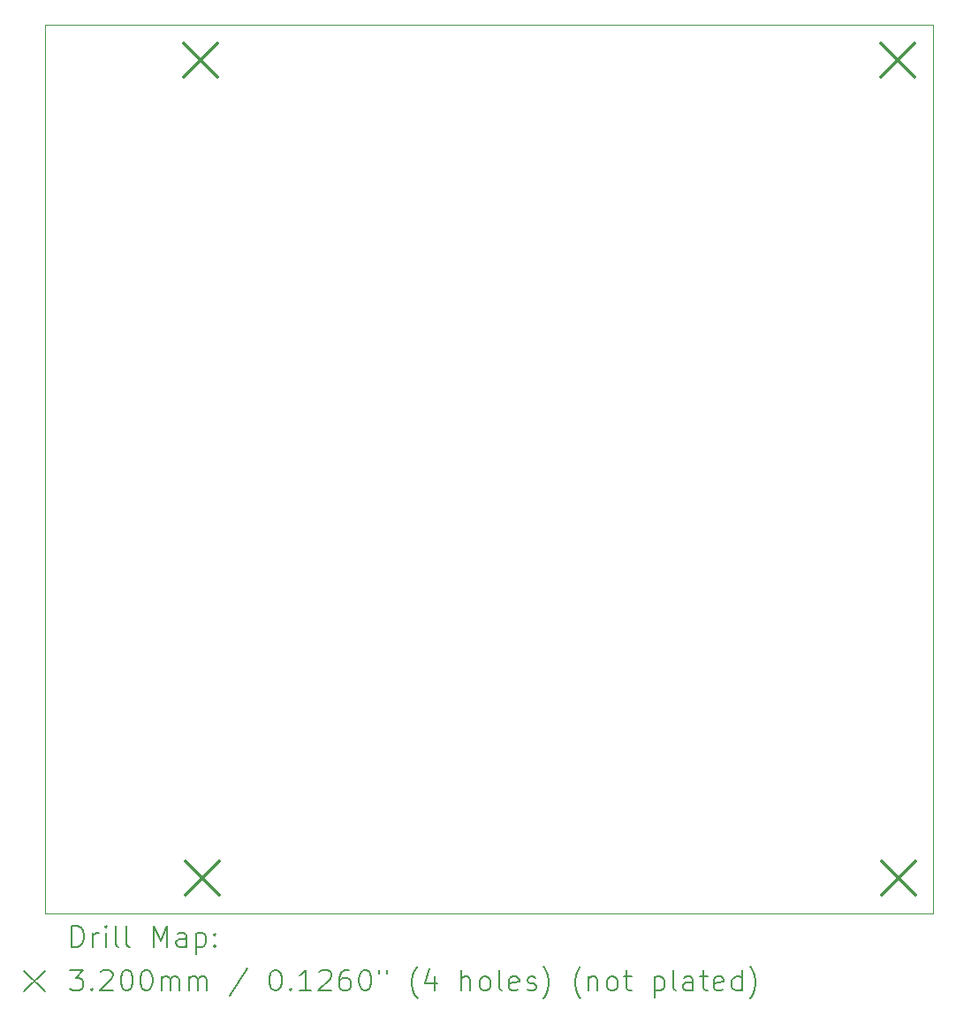
<source format=gbr>
%TF.GenerationSoftware,KiCad,Pcbnew,7.0.9*%
%TF.CreationDate,2024-06-22T09:01:44+05:30*%
%TF.ProjectId,BMS_LV_ADDON,424d535f-4c56-45f4-9144-444f4e2e6b69,rev?*%
%TF.SameCoordinates,Original*%
%TF.FileFunction,Drillmap*%
%TF.FilePolarity,Positive*%
%FSLAX45Y45*%
G04 Gerber Fmt 4.5, Leading zero omitted, Abs format (unit mm)*
G04 Created by KiCad (PCBNEW 7.0.9) date 2024-06-22 09:01:44*
%MOMM*%
%LPD*%
G01*
G04 APERTURE LIST*
%ADD10C,0.100000*%
%ADD11C,0.200000*%
%ADD12C,0.320000*%
G04 APERTURE END LIST*
D10*
X0Y0D02*
X8510000Y0D01*
X8510000Y-8510000D01*
X0Y-8510000D01*
X0Y0D01*
D11*
D12*
X1326300Y-180000D02*
X1646300Y-500000D01*
X1646300Y-180000D02*
X1326300Y-500000D01*
X1346000Y-8006000D02*
X1666000Y-8326000D01*
X1666000Y-8006000D02*
X1346000Y-8326000D01*
X8012000Y-180000D02*
X8332000Y-500000D01*
X8332000Y-180000D02*
X8012000Y-500000D01*
X8015000Y-8012000D02*
X8335000Y-8332000D01*
X8335000Y-8012000D02*
X8015000Y-8332000D01*
D11*
X255777Y-8826484D02*
X255777Y-8626484D01*
X255777Y-8626484D02*
X303396Y-8626484D01*
X303396Y-8626484D02*
X331967Y-8636008D01*
X331967Y-8636008D02*
X351015Y-8655055D01*
X351015Y-8655055D02*
X360539Y-8674103D01*
X360539Y-8674103D02*
X370062Y-8712198D01*
X370062Y-8712198D02*
X370062Y-8740770D01*
X370062Y-8740770D02*
X360539Y-8778865D01*
X360539Y-8778865D02*
X351015Y-8797912D01*
X351015Y-8797912D02*
X331967Y-8816960D01*
X331967Y-8816960D02*
X303396Y-8826484D01*
X303396Y-8826484D02*
X255777Y-8826484D01*
X455777Y-8826484D02*
X455777Y-8693150D01*
X455777Y-8731246D02*
X465301Y-8712198D01*
X465301Y-8712198D02*
X474824Y-8702674D01*
X474824Y-8702674D02*
X493872Y-8693150D01*
X493872Y-8693150D02*
X512920Y-8693150D01*
X579586Y-8826484D02*
X579586Y-8693150D01*
X579586Y-8626484D02*
X570063Y-8636008D01*
X570063Y-8636008D02*
X579586Y-8645531D01*
X579586Y-8645531D02*
X589110Y-8636008D01*
X589110Y-8636008D02*
X579586Y-8626484D01*
X579586Y-8626484D02*
X579586Y-8645531D01*
X703396Y-8826484D02*
X684348Y-8816960D01*
X684348Y-8816960D02*
X674824Y-8797912D01*
X674824Y-8797912D02*
X674824Y-8626484D01*
X808158Y-8826484D02*
X789110Y-8816960D01*
X789110Y-8816960D02*
X779586Y-8797912D01*
X779586Y-8797912D02*
X779586Y-8626484D01*
X1036729Y-8826484D02*
X1036729Y-8626484D01*
X1036729Y-8626484D02*
X1103396Y-8769341D01*
X1103396Y-8769341D02*
X1170063Y-8626484D01*
X1170063Y-8626484D02*
X1170063Y-8826484D01*
X1351015Y-8826484D02*
X1351015Y-8721722D01*
X1351015Y-8721722D02*
X1341491Y-8702674D01*
X1341491Y-8702674D02*
X1322444Y-8693150D01*
X1322444Y-8693150D02*
X1284348Y-8693150D01*
X1284348Y-8693150D02*
X1265301Y-8702674D01*
X1351015Y-8816960D02*
X1331967Y-8826484D01*
X1331967Y-8826484D02*
X1284348Y-8826484D01*
X1284348Y-8826484D02*
X1265301Y-8816960D01*
X1265301Y-8816960D02*
X1255777Y-8797912D01*
X1255777Y-8797912D02*
X1255777Y-8778865D01*
X1255777Y-8778865D02*
X1265301Y-8759817D01*
X1265301Y-8759817D02*
X1284348Y-8750293D01*
X1284348Y-8750293D02*
X1331967Y-8750293D01*
X1331967Y-8750293D02*
X1351015Y-8740770D01*
X1446253Y-8693150D02*
X1446253Y-8893150D01*
X1446253Y-8702674D02*
X1465301Y-8693150D01*
X1465301Y-8693150D02*
X1503396Y-8693150D01*
X1503396Y-8693150D02*
X1522443Y-8702674D01*
X1522443Y-8702674D02*
X1531967Y-8712198D01*
X1531967Y-8712198D02*
X1541491Y-8731246D01*
X1541491Y-8731246D02*
X1541491Y-8788389D01*
X1541491Y-8788389D02*
X1531967Y-8807436D01*
X1531967Y-8807436D02*
X1522443Y-8816960D01*
X1522443Y-8816960D02*
X1503396Y-8826484D01*
X1503396Y-8826484D02*
X1465301Y-8826484D01*
X1465301Y-8826484D02*
X1446253Y-8816960D01*
X1627205Y-8807436D02*
X1636729Y-8816960D01*
X1636729Y-8816960D02*
X1627205Y-8826484D01*
X1627205Y-8826484D02*
X1617682Y-8816960D01*
X1617682Y-8816960D02*
X1627205Y-8807436D01*
X1627205Y-8807436D02*
X1627205Y-8826484D01*
X1627205Y-8702674D02*
X1636729Y-8712198D01*
X1636729Y-8712198D02*
X1627205Y-8721722D01*
X1627205Y-8721722D02*
X1617682Y-8712198D01*
X1617682Y-8712198D02*
X1627205Y-8702674D01*
X1627205Y-8702674D02*
X1627205Y-8721722D01*
X-205000Y-9055000D02*
X-5000Y-9255000D01*
X-5000Y-9055000D02*
X-205000Y-9255000D01*
X236729Y-9046484D02*
X360539Y-9046484D01*
X360539Y-9046484D02*
X293872Y-9122674D01*
X293872Y-9122674D02*
X322444Y-9122674D01*
X322444Y-9122674D02*
X341491Y-9132198D01*
X341491Y-9132198D02*
X351015Y-9141722D01*
X351015Y-9141722D02*
X360539Y-9160770D01*
X360539Y-9160770D02*
X360539Y-9208389D01*
X360539Y-9208389D02*
X351015Y-9227436D01*
X351015Y-9227436D02*
X341491Y-9236960D01*
X341491Y-9236960D02*
X322444Y-9246484D01*
X322444Y-9246484D02*
X265301Y-9246484D01*
X265301Y-9246484D02*
X246253Y-9236960D01*
X246253Y-9236960D02*
X236729Y-9227436D01*
X446253Y-9227436D02*
X455777Y-9236960D01*
X455777Y-9236960D02*
X446253Y-9246484D01*
X446253Y-9246484D02*
X436729Y-9236960D01*
X436729Y-9236960D02*
X446253Y-9227436D01*
X446253Y-9227436D02*
X446253Y-9246484D01*
X531967Y-9065531D02*
X541491Y-9056008D01*
X541491Y-9056008D02*
X560539Y-9046484D01*
X560539Y-9046484D02*
X608158Y-9046484D01*
X608158Y-9046484D02*
X627205Y-9056008D01*
X627205Y-9056008D02*
X636729Y-9065531D01*
X636729Y-9065531D02*
X646253Y-9084579D01*
X646253Y-9084579D02*
X646253Y-9103627D01*
X646253Y-9103627D02*
X636729Y-9132198D01*
X636729Y-9132198D02*
X522443Y-9246484D01*
X522443Y-9246484D02*
X646253Y-9246484D01*
X770062Y-9046484D02*
X789110Y-9046484D01*
X789110Y-9046484D02*
X808158Y-9056008D01*
X808158Y-9056008D02*
X817682Y-9065531D01*
X817682Y-9065531D02*
X827205Y-9084579D01*
X827205Y-9084579D02*
X836729Y-9122674D01*
X836729Y-9122674D02*
X836729Y-9170293D01*
X836729Y-9170293D02*
X827205Y-9208389D01*
X827205Y-9208389D02*
X817682Y-9227436D01*
X817682Y-9227436D02*
X808158Y-9236960D01*
X808158Y-9236960D02*
X789110Y-9246484D01*
X789110Y-9246484D02*
X770062Y-9246484D01*
X770062Y-9246484D02*
X751015Y-9236960D01*
X751015Y-9236960D02*
X741491Y-9227436D01*
X741491Y-9227436D02*
X731967Y-9208389D01*
X731967Y-9208389D02*
X722443Y-9170293D01*
X722443Y-9170293D02*
X722443Y-9122674D01*
X722443Y-9122674D02*
X731967Y-9084579D01*
X731967Y-9084579D02*
X741491Y-9065531D01*
X741491Y-9065531D02*
X751015Y-9056008D01*
X751015Y-9056008D02*
X770062Y-9046484D01*
X960539Y-9046484D02*
X979586Y-9046484D01*
X979586Y-9046484D02*
X998634Y-9056008D01*
X998634Y-9056008D02*
X1008158Y-9065531D01*
X1008158Y-9065531D02*
X1017682Y-9084579D01*
X1017682Y-9084579D02*
X1027205Y-9122674D01*
X1027205Y-9122674D02*
X1027205Y-9170293D01*
X1027205Y-9170293D02*
X1017682Y-9208389D01*
X1017682Y-9208389D02*
X1008158Y-9227436D01*
X1008158Y-9227436D02*
X998634Y-9236960D01*
X998634Y-9236960D02*
X979586Y-9246484D01*
X979586Y-9246484D02*
X960539Y-9246484D01*
X960539Y-9246484D02*
X941491Y-9236960D01*
X941491Y-9236960D02*
X931967Y-9227436D01*
X931967Y-9227436D02*
X922443Y-9208389D01*
X922443Y-9208389D02*
X912920Y-9170293D01*
X912920Y-9170293D02*
X912920Y-9122674D01*
X912920Y-9122674D02*
X922443Y-9084579D01*
X922443Y-9084579D02*
X931967Y-9065531D01*
X931967Y-9065531D02*
X941491Y-9056008D01*
X941491Y-9056008D02*
X960539Y-9046484D01*
X1112920Y-9246484D02*
X1112920Y-9113150D01*
X1112920Y-9132198D02*
X1122444Y-9122674D01*
X1122444Y-9122674D02*
X1141491Y-9113150D01*
X1141491Y-9113150D02*
X1170063Y-9113150D01*
X1170063Y-9113150D02*
X1189110Y-9122674D01*
X1189110Y-9122674D02*
X1198634Y-9141722D01*
X1198634Y-9141722D02*
X1198634Y-9246484D01*
X1198634Y-9141722D02*
X1208158Y-9122674D01*
X1208158Y-9122674D02*
X1227205Y-9113150D01*
X1227205Y-9113150D02*
X1255777Y-9113150D01*
X1255777Y-9113150D02*
X1274825Y-9122674D01*
X1274825Y-9122674D02*
X1284348Y-9141722D01*
X1284348Y-9141722D02*
X1284348Y-9246484D01*
X1379586Y-9246484D02*
X1379586Y-9113150D01*
X1379586Y-9132198D02*
X1389110Y-9122674D01*
X1389110Y-9122674D02*
X1408158Y-9113150D01*
X1408158Y-9113150D02*
X1436729Y-9113150D01*
X1436729Y-9113150D02*
X1455777Y-9122674D01*
X1455777Y-9122674D02*
X1465301Y-9141722D01*
X1465301Y-9141722D02*
X1465301Y-9246484D01*
X1465301Y-9141722D02*
X1474824Y-9122674D01*
X1474824Y-9122674D02*
X1493872Y-9113150D01*
X1493872Y-9113150D02*
X1522443Y-9113150D01*
X1522443Y-9113150D02*
X1541491Y-9122674D01*
X1541491Y-9122674D02*
X1551015Y-9141722D01*
X1551015Y-9141722D02*
X1551015Y-9246484D01*
X1941491Y-9036960D02*
X1770063Y-9294103D01*
X2198634Y-9046484D02*
X2217682Y-9046484D01*
X2217682Y-9046484D02*
X2236729Y-9056008D01*
X2236729Y-9056008D02*
X2246253Y-9065531D01*
X2246253Y-9065531D02*
X2255777Y-9084579D01*
X2255777Y-9084579D02*
X2265301Y-9122674D01*
X2265301Y-9122674D02*
X2265301Y-9170293D01*
X2265301Y-9170293D02*
X2255777Y-9208389D01*
X2255777Y-9208389D02*
X2246253Y-9227436D01*
X2246253Y-9227436D02*
X2236729Y-9236960D01*
X2236729Y-9236960D02*
X2217682Y-9246484D01*
X2217682Y-9246484D02*
X2198634Y-9246484D01*
X2198634Y-9246484D02*
X2179587Y-9236960D01*
X2179587Y-9236960D02*
X2170063Y-9227436D01*
X2170063Y-9227436D02*
X2160539Y-9208389D01*
X2160539Y-9208389D02*
X2151015Y-9170293D01*
X2151015Y-9170293D02*
X2151015Y-9122674D01*
X2151015Y-9122674D02*
X2160539Y-9084579D01*
X2160539Y-9084579D02*
X2170063Y-9065531D01*
X2170063Y-9065531D02*
X2179587Y-9056008D01*
X2179587Y-9056008D02*
X2198634Y-9046484D01*
X2351015Y-9227436D02*
X2360539Y-9236960D01*
X2360539Y-9236960D02*
X2351015Y-9246484D01*
X2351015Y-9246484D02*
X2341491Y-9236960D01*
X2341491Y-9236960D02*
X2351015Y-9227436D01*
X2351015Y-9227436D02*
X2351015Y-9246484D01*
X2551015Y-9246484D02*
X2436729Y-9246484D01*
X2493872Y-9246484D02*
X2493872Y-9046484D01*
X2493872Y-9046484D02*
X2474825Y-9075055D01*
X2474825Y-9075055D02*
X2455777Y-9094103D01*
X2455777Y-9094103D02*
X2436729Y-9103627D01*
X2627206Y-9065531D02*
X2636729Y-9056008D01*
X2636729Y-9056008D02*
X2655777Y-9046484D01*
X2655777Y-9046484D02*
X2703396Y-9046484D01*
X2703396Y-9046484D02*
X2722444Y-9056008D01*
X2722444Y-9056008D02*
X2731968Y-9065531D01*
X2731968Y-9065531D02*
X2741491Y-9084579D01*
X2741491Y-9084579D02*
X2741491Y-9103627D01*
X2741491Y-9103627D02*
X2731968Y-9132198D01*
X2731968Y-9132198D02*
X2617682Y-9246484D01*
X2617682Y-9246484D02*
X2741491Y-9246484D01*
X2912920Y-9046484D02*
X2874825Y-9046484D01*
X2874825Y-9046484D02*
X2855777Y-9056008D01*
X2855777Y-9056008D02*
X2846253Y-9065531D01*
X2846253Y-9065531D02*
X2827206Y-9094103D01*
X2827206Y-9094103D02*
X2817682Y-9132198D01*
X2817682Y-9132198D02*
X2817682Y-9208389D01*
X2817682Y-9208389D02*
X2827206Y-9227436D01*
X2827206Y-9227436D02*
X2836729Y-9236960D01*
X2836729Y-9236960D02*
X2855777Y-9246484D01*
X2855777Y-9246484D02*
X2893872Y-9246484D01*
X2893872Y-9246484D02*
X2912920Y-9236960D01*
X2912920Y-9236960D02*
X2922444Y-9227436D01*
X2922444Y-9227436D02*
X2931967Y-9208389D01*
X2931967Y-9208389D02*
X2931967Y-9160770D01*
X2931967Y-9160770D02*
X2922444Y-9141722D01*
X2922444Y-9141722D02*
X2912920Y-9132198D01*
X2912920Y-9132198D02*
X2893872Y-9122674D01*
X2893872Y-9122674D02*
X2855777Y-9122674D01*
X2855777Y-9122674D02*
X2836729Y-9132198D01*
X2836729Y-9132198D02*
X2827206Y-9141722D01*
X2827206Y-9141722D02*
X2817682Y-9160770D01*
X3055777Y-9046484D02*
X3074825Y-9046484D01*
X3074825Y-9046484D02*
X3093872Y-9056008D01*
X3093872Y-9056008D02*
X3103396Y-9065531D01*
X3103396Y-9065531D02*
X3112920Y-9084579D01*
X3112920Y-9084579D02*
X3122444Y-9122674D01*
X3122444Y-9122674D02*
X3122444Y-9170293D01*
X3122444Y-9170293D02*
X3112920Y-9208389D01*
X3112920Y-9208389D02*
X3103396Y-9227436D01*
X3103396Y-9227436D02*
X3093872Y-9236960D01*
X3093872Y-9236960D02*
X3074825Y-9246484D01*
X3074825Y-9246484D02*
X3055777Y-9246484D01*
X3055777Y-9246484D02*
X3036729Y-9236960D01*
X3036729Y-9236960D02*
X3027206Y-9227436D01*
X3027206Y-9227436D02*
X3017682Y-9208389D01*
X3017682Y-9208389D02*
X3008158Y-9170293D01*
X3008158Y-9170293D02*
X3008158Y-9122674D01*
X3008158Y-9122674D02*
X3017682Y-9084579D01*
X3017682Y-9084579D02*
X3027206Y-9065531D01*
X3027206Y-9065531D02*
X3036729Y-9056008D01*
X3036729Y-9056008D02*
X3055777Y-9046484D01*
X3198634Y-9046484D02*
X3198634Y-9084579D01*
X3274825Y-9046484D02*
X3274825Y-9084579D01*
X3570063Y-9322674D02*
X3560539Y-9313150D01*
X3560539Y-9313150D02*
X3541491Y-9284579D01*
X3541491Y-9284579D02*
X3531968Y-9265531D01*
X3531968Y-9265531D02*
X3522444Y-9236960D01*
X3522444Y-9236960D02*
X3512920Y-9189341D01*
X3512920Y-9189341D02*
X3512920Y-9151246D01*
X3512920Y-9151246D02*
X3522444Y-9103627D01*
X3522444Y-9103627D02*
X3531968Y-9075055D01*
X3531968Y-9075055D02*
X3541491Y-9056008D01*
X3541491Y-9056008D02*
X3560539Y-9027436D01*
X3560539Y-9027436D02*
X3570063Y-9017912D01*
X3731968Y-9113150D02*
X3731968Y-9246484D01*
X3684348Y-9036960D02*
X3636729Y-9179817D01*
X3636729Y-9179817D02*
X3760539Y-9179817D01*
X3989110Y-9246484D02*
X3989110Y-9046484D01*
X4074825Y-9246484D02*
X4074825Y-9141722D01*
X4074825Y-9141722D02*
X4065301Y-9122674D01*
X4065301Y-9122674D02*
X4046253Y-9113150D01*
X4046253Y-9113150D02*
X4017682Y-9113150D01*
X4017682Y-9113150D02*
X3998634Y-9122674D01*
X3998634Y-9122674D02*
X3989110Y-9132198D01*
X4198634Y-9246484D02*
X4179587Y-9236960D01*
X4179587Y-9236960D02*
X4170063Y-9227436D01*
X4170063Y-9227436D02*
X4160539Y-9208389D01*
X4160539Y-9208389D02*
X4160539Y-9151246D01*
X4160539Y-9151246D02*
X4170063Y-9132198D01*
X4170063Y-9132198D02*
X4179587Y-9122674D01*
X4179587Y-9122674D02*
X4198634Y-9113150D01*
X4198634Y-9113150D02*
X4227206Y-9113150D01*
X4227206Y-9113150D02*
X4246253Y-9122674D01*
X4246253Y-9122674D02*
X4255777Y-9132198D01*
X4255777Y-9132198D02*
X4265301Y-9151246D01*
X4265301Y-9151246D02*
X4265301Y-9208389D01*
X4265301Y-9208389D02*
X4255777Y-9227436D01*
X4255777Y-9227436D02*
X4246253Y-9236960D01*
X4246253Y-9236960D02*
X4227206Y-9246484D01*
X4227206Y-9246484D02*
X4198634Y-9246484D01*
X4379587Y-9246484D02*
X4360539Y-9236960D01*
X4360539Y-9236960D02*
X4351015Y-9217912D01*
X4351015Y-9217912D02*
X4351015Y-9046484D01*
X4531968Y-9236960D02*
X4512920Y-9246484D01*
X4512920Y-9246484D02*
X4474825Y-9246484D01*
X4474825Y-9246484D02*
X4455777Y-9236960D01*
X4455777Y-9236960D02*
X4446253Y-9217912D01*
X4446253Y-9217912D02*
X4446253Y-9141722D01*
X4446253Y-9141722D02*
X4455777Y-9122674D01*
X4455777Y-9122674D02*
X4474825Y-9113150D01*
X4474825Y-9113150D02*
X4512920Y-9113150D01*
X4512920Y-9113150D02*
X4531968Y-9122674D01*
X4531968Y-9122674D02*
X4541492Y-9141722D01*
X4541492Y-9141722D02*
X4541492Y-9160770D01*
X4541492Y-9160770D02*
X4446253Y-9179817D01*
X4617682Y-9236960D02*
X4636730Y-9246484D01*
X4636730Y-9246484D02*
X4674825Y-9246484D01*
X4674825Y-9246484D02*
X4693873Y-9236960D01*
X4693873Y-9236960D02*
X4703396Y-9217912D01*
X4703396Y-9217912D02*
X4703396Y-9208389D01*
X4703396Y-9208389D02*
X4693873Y-9189341D01*
X4693873Y-9189341D02*
X4674825Y-9179817D01*
X4674825Y-9179817D02*
X4646253Y-9179817D01*
X4646253Y-9179817D02*
X4627206Y-9170293D01*
X4627206Y-9170293D02*
X4617682Y-9151246D01*
X4617682Y-9151246D02*
X4617682Y-9141722D01*
X4617682Y-9141722D02*
X4627206Y-9122674D01*
X4627206Y-9122674D02*
X4646253Y-9113150D01*
X4646253Y-9113150D02*
X4674825Y-9113150D01*
X4674825Y-9113150D02*
X4693873Y-9122674D01*
X4770063Y-9322674D02*
X4779587Y-9313150D01*
X4779587Y-9313150D02*
X4798634Y-9284579D01*
X4798634Y-9284579D02*
X4808158Y-9265531D01*
X4808158Y-9265531D02*
X4817682Y-9236960D01*
X4817682Y-9236960D02*
X4827206Y-9189341D01*
X4827206Y-9189341D02*
X4827206Y-9151246D01*
X4827206Y-9151246D02*
X4817682Y-9103627D01*
X4817682Y-9103627D02*
X4808158Y-9075055D01*
X4808158Y-9075055D02*
X4798634Y-9056008D01*
X4798634Y-9056008D02*
X4779587Y-9027436D01*
X4779587Y-9027436D02*
X4770063Y-9017912D01*
X5131968Y-9322674D02*
X5122444Y-9313150D01*
X5122444Y-9313150D02*
X5103396Y-9284579D01*
X5103396Y-9284579D02*
X5093873Y-9265531D01*
X5093873Y-9265531D02*
X5084349Y-9236960D01*
X5084349Y-9236960D02*
X5074825Y-9189341D01*
X5074825Y-9189341D02*
X5074825Y-9151246D01*
X5074825Y-9151246D02*
X5084349Y-9103627D01*
X5084349Y-9103627D02*
X5093873Y-9075055D01*
X5093873Y-9075055D02*
X5103396Y-9056008D01*
X5103396Y-9056008D02*
X5122444Y-9027436D01*
X5122444Y-9027436D02*
X5131968Y-9017912D01*
X5208158Y-9113150D02*
X5208158Y-9246484D01*
X5208158Y-9132198D02*
X5217682Y-9122674D01*
X5217682Y-9122674D02*
X5236730Y-9113150D01*
X5236730Y-9113150D02*
X5265301Y-9113150D01*
X5265301Y-9113150D02*
X5284349Y-9122674D01*
X5284349Y-9122674D02*
X5293873Y-9141722D01*
X5293873Y-9141722D02*
X5293873Y-9246484D01*
X5417682Y-9246484D02*
X5398634Y-9236960D01*
X5398634Y-9236960D02*
X5389111Y-9227436D01*
X5389111Y-9227436D02*
X5379587Y-9208389D01*
X5379587Y-9208389D02*
X5379587Y-9151246D01*
X5379587Y-9151246D02*
X5389111Y-9132198D01*
X5389111Y-9132198D02*
X5398634Y-9122674D01*
X5398634Y-9122674D02*
X5417682Y-9113150D01*
X5417682Y-9113150D02*
X5446254Y-9113150D01*
X5446254Y-9113150D02*
X5465301Y-9122674D01*
X5465301Y-9122674D02*
X5474825Y-9132198D01*
X5474825Y-9132198D02*
X5484349Y-9151246D01*
X5484349Y-9151246D02*
X5484349Y-9208389D01*
X5484349Y-9208389D02*
X5474825Y-9227436D01*
X5474825Y-9227436D02*
X5465301Y-9236960D01*
X5465301Y-9236960D02*
X5446254Y-9246484D01*
X5446254Y-9246484D02*
X5417682Y-9246484D01*
X5541492Y-9113150D02*
X5617682Y-9113150D01*
X5570063Y-9046484D02*
X5570063Y-9217912D01*
X5570063Y-9217912D02*
X5579587Y-9236960D01*
X5579587Y-9236960D02*
X5598634Y-9246484D01*
X5598634Y-9246484D02*
X5617682Y-9246484D01*
X5836730Y-9113150D02*
X5836730Y-9313150D01*
X5836730Y-9122674D02*
X5855777Y-9113150D01*
X5855777Y-9113150D02*
X5893873Y-9113150D01*
X5893873Y-9113150D02*
X5912920Y-9122674D01*
X5912920Y-9122674D02*
X5922444Y-9132198D01*
X5922444Y-9132198D02*
X5931968Y-9151246D01*
X5931968Y-9151246D02*
X5931968Y-9208389D01*
X5931968Y-9208389D02*
X5922444Y-9227436D01*
X5922444Y-9227436D02*
X5912920Y-9236960D01*
X5912920Y-9236960D02*
X5893873Y-9246484D01*
X5893873Y-9246484D02*
X5855777Y-9246484D01*
X5855777Y-9246484D02*
X5836730Y-9236960D01*
X6046253Y-9246484D02*
X6027206Y-9236960D01*
X6027206Y-9236960D02*
X6017682Y-9217912D01*
X6017682Y-9217912D02*
X6017682Y-9046484D01*
X6208158Y-9246484D02*
X6208158Y-9141722D01*
X6208158Y-9141722D02*
X6198634Y-9122674D01*
X6198634Y-9122674D02*
X6179587Y-9113150D01*
X6179587Y-9113150D02*
X6141492Y-9113150D01*
X6141492Y-9113150D02*
X6122444Y-9122674D01*
X6208158Y-9236960D02*
X6189111Y-9246484D01*
X6189111Y-9246484D02*
X6141492Y-9246484D01*
X6141492Y-9246484D02*
X6122444Y-9236960D01*
X6122444Y-9236960D02*
X6112920Y-9217912D01*
X6112920Y-9217912D02*
X6112920Y-9198865D01*
X6112920Y-9198865D02*
X6122444Y-9179817D01*
X6122444Y-9179817D02*
X6141492Y-9170293D01*
X6141492Y-9170293D02*
X6189111Y-9170293D01*
X6189111Y-9170293D02*
X6208158Y-9160770D01*
X6274825Y-9113150D02*
X6351015Y-9113150D01*
X6303396Y-9046484D02*
X6303396Y-9217912D01*
X6303396Y-9217912D02*
X6312920Y-9236960D01*
X6312920Y-9236960D02*
X6331968Y-9246484D01*
X6331968Y-9246484D02*
X6351015Y-9246484D01*
X6493873Y-9236960D02*
X6474825Y-9246484D01*
X6474825Y-9246484D02*
X6436730Y-9246484D01*
X6436730Y-9246484D02*
X6417682Y-9236960D01*
X6417682Y-9236960D02*
X6408158Y-9217912D01*
X6408158Y-9217912D02*
X6408158Y-9141722D01*
X6408158Y-9141722D02*
X6417682Y-9122674D01*
X6417682Y-9122674D02*
X6436730Y-9113150D01*
X6436730Y-9113150D02*
X6474825Y-9113150D01*
X6474825Y-9113150D02*
X6493873Y-9122674D01*
X6493873Y-9122674D02*
X6503396Y-9141722D01*
X6503396Y-9141722D02*
X6503396Y-9160770D01*
X6503396Y-9160770D02*
X6408158Y-9179817D01*
X6674825Y-9246484D02*
X6674825Y-9046484D01*
X6674825Y-9236960D02*
X6655777Y-9246484D01*
X6655777Y-9246484D02*
X6617682Y-9246484D01*
X6617682Y-9246484D02*
X6598634Y-9236960D01*
X6598634Y-9236960D02*
X6589111Y-9227436D01*
X6589111Y-9227436D02*
X6579587Y-9208389D01*
X6579587Y-9208389D02*
X6579587Y-9151246D01*
X6579587Y-9151246D02*
X6589111Y-9132198D01*
X6589111Y-9132198D02*
X6598634Y-9122674D01*
X6598634Y-9122674D02*
X6617682Y-9113150D01*
X6617682Y-9113150D02*
X6655777Y-9113150D01*
X6655777Y-9113150D02*
X6674825Y-9122674D01*
X6751015Y-9322674D02*
X6760539Y-9313150D01*
X6760539Y-9313150D02*
X6779587Y-9284579D01*
X6779587Y-9284579D02*
X6789111Y-9265531D01*
X6789111Y-9265531D02*
X6798634Y-9236960D01*
X6798634Y-9236960D02*
X6808158Y-9189341D01*
X6808158Y-9189341D02*
X6808158Y-9151246D01*
X6808158Y-9151246D02*
X6798634Y-9103627D01*
X6798634Y-9103627D02*
X6789111Y-9075055D01*
X6789111Y-9075055D02*
X6779587Y-9056008D01*
X6779587Y-9056008D02*
X6760539Y-9027436D01*
X6760539Y-9027436D02*
X6751015Y-9017912D01*
M02*

</source>
